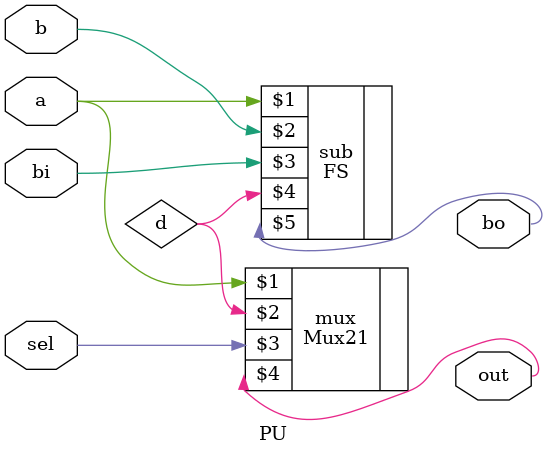
<source format=v>
`timescale 1ns / 1ps


module PU(a, b, bi, bo, sel, out);
    input a, b, bi, sel;
    output bo, out;
    
    wire d;
    FS sub (a, b, bi, d, bo);
    Mux21 mux (a, d, sel, out);
endmodule


</source>
